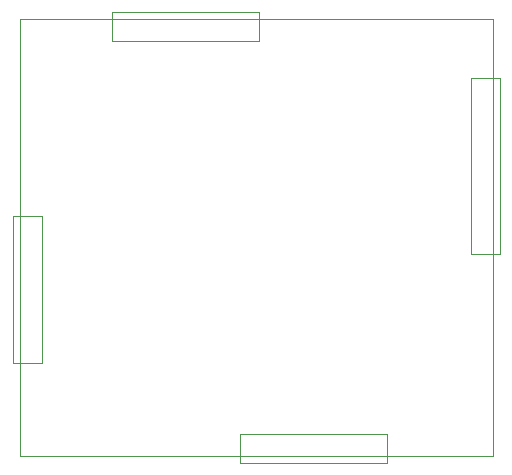
<source format=gbr>
G04 #@! TF.GenerationSoftware,KiCad,Pcbnew,8.0.0-rc1*
G04 #@! TF.CreationDate,2024-10-05T12:40:09+03:00*
G04 #@! TF.ProjectId,EC25_module,45433235-5f6d-46f6-9475-6c652e6b6963,rev?*
G04 #@! TF.SameCoordinates,Original*
G04 #@! TF.FileFunction,Other,User*
%FSLAX46Y46*%
G04 Gerber Fmt 4.6, Leading zero omitted, Abs format (unit mm)*
G04 Created by KiCad (PCBNEW 8.0.0-rc1) date 2024-10-05 12:40:09*
%MOMM*%
%LPD*%
G01*
G04 APERTURE LIST*
%ADD10C,0.050000*%
G04 APERTURE END LIST*
D10*
X114195000Y-76875254D02*
X114195000Y-79350254D01*
X114195000Y-79350254D02*
X126595000Y-79350000D01*
X126595000Y-76875000D02*
X114195000Y-76875254D01*
X126595000Y-76875000D02*
X126595000Y-79350000D01*
X125055000Y-115125000D02*
X125055000Y-112650000D01*
X125055000Y-115125000D02*
X137455000Y-115124746D01*
X137455000Y-112649746D02*
X125055000Y-112650000D01*
X137455000Y-115124746D02*
X137455000Y-112649746D01*
X144539746Y-82505000D02*
X144535000Y-97360000D01*
X147010000Y-97360000D02*
X144535000Y-97360000D01*
X147010000Y-97360000D02*
X147014746Y-82505000D01*
X147014746Y-82505000D02*
X144539746Y-82505000D01*
X106420000Y-77530000D02*
X146420000Y-77530000D01*
X106420000Y-114530000D02*
X106420000Y-77530000D01*
X146420000Y-77530000D02*
X146420000Y-114530000D01*
X146420000Y-114530000D02*
X106420000Y-114530000D01*
X105755000Y-94185000D02*
X105755254Y-106585000D01*
X105755000Y-94185000D02*
X108230000Y-94185000D01*
X105755254Y-106585000D02*
X108230254Y-106585000D01*
X108230254Y-106585000D02*
X108230000Y-94185000D01*
M02*

</source>
